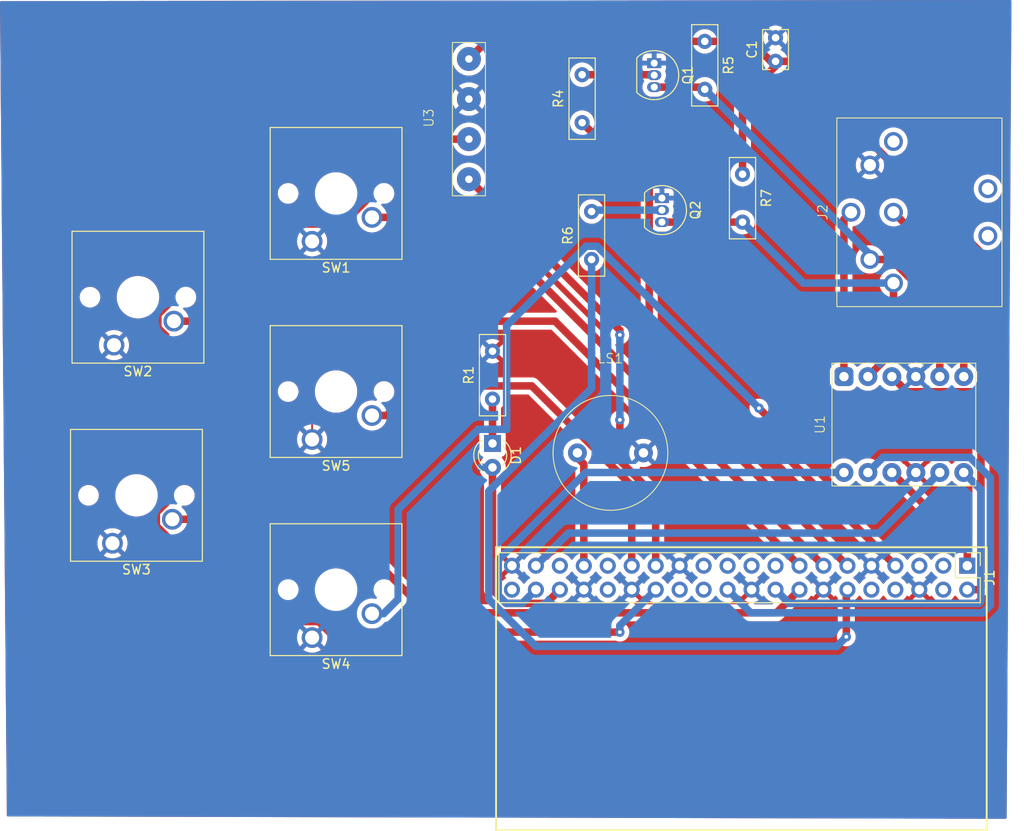
<source format=kicad_pcb>
(kicad_pcb (version 20241229) (generator "pcbnew") (generator_version "9.0")
  (layers (0 "F.Cu" signal) (2 "B.Cu" signal) (13 "F.Paste" user) (15 "B.Paste" user) (5 "F.SilkS" user "F.Silkscreen") (7 "B.SilkS" user "B.Silkscreen") (1 "F.Mask" user) (3 "B.Mask" user) (25 "Edge.Cuts" user))
  (net 0 "")
  (net 1 "5V")
  (net 2 "GND")
  (net 3 "ACTIVITY_LED")
  (net 4 "Net-(D1-K)")
  (net 5 "IN_ATN")
  (net 7 "OLED_SC")
  (net 8 "IN_RESET")
  (net 9 "3V3")
  (net 10 "ACTIVITY_BUZZER")
  (net 13 "SW5")
  (net 16 "OUT_DATA")
  (net 18 "IN_CLK")
  (net 19 "SW2")
  (net 20 "OUT_CLK")
  (net 22 "SW1")
  (net 23 "IN_DATA")
  (net 25 "OLED_SD")
  (net 27 "SW4")
  (net 30 "SW3")
  (net 33 "OUT_DATA_INV")
  (net 34 "OUT_CLK_INV")
  (net 35 "Net-(U1-HV4)")
  (net 36 "Net-(Q1-B)")
  (net 37 "Net-(U1-HV1)")
  (net 39 "Net-(Q2-B)")
  (footprint "Connectors:OLED_Connector" (layer "F.Cu") (at 110 70.5 90)
    (property "Reference" "U3" (at 0 -2.25 90) (layer "F.SilkS") (effects (font (thickness 0.1))))
    (property "Value" "OLED_Connector")
    (fp_rect (start -8.25 0.25) (end 8 3.75) (stroke (width 0.1)) (fill no) (layer "F.SilkS"))
    (pad "1" thru_hole circle (at -6.5 2 90) (size 2.54 2.54) (drill 0.8) (layers "*.Cu" "*.Mask") (net 25 "OLED_SD"))
    (pad "2" thru_hole circle (at -2.25 2 90) (size 2.54 2.54) (drill 0.8) (layers "*.Cu" "*.Mask") (net 7 "OLED_SC"))
    (pad "3" thru_hole circle (at 2 2 90) (size 2.54 2.54) (drill 0.8) (layers "*.Cu" "*.Mask") (net 2 "GND"))
    (pad "4" thru_hole circle (at 6.25 2 90) (size 2.54 2.54) (drill 0.8) (layers "*.Cu" "*.Mask") (net 1 "5V"))
  )
  (footprint "Package_TO_SOT_THT:TO-92_Inline" (layer "F.Cu") (at 131.64 64.695 -90)
    (property "Reference" "Q1" (at 1.27 -3.56 90) (layer "F.SilkS"))
    (property "Value" "2N3904")
    (fp_line (start -0.53 1.85) (end 3.07 1.85) (stroke (width 0.12)) (layer "F.SilkS"))
    (fp_arc (start -0.568478 1.838478) (mid -1.132087 -0.994977) (end 1.27 -2.6) (stroke (width 0.12)) (layer "F.SilkS"))
    (fp_arc (start 1.27 -2.6) (mid 3.672087 -0.994977) (end 3.108478 1.838478) (stroke (width 0.12)) (layer "F.SilkS"))
    (pad "1" thru_hole rect (at 0 0 270) (size 1.05 1.5) (drill 0.75) (layers "*.Cu" "*.Mask") (net 2 "GND"))
    (pad "2" thru_hole oval (at 1.27 0 270) (size 1.05 1.5) (drill 0.75) (layers "*.Cu" "*.Mask") (net 36 "Net-(Q1-B)"))
    (pad "3" thru_hole oval (at 2.54 0 270) (size 1.05 1.5) (drill 0.75) (layers "*.Cu" "*.Mask") (net 34 "OUT_CLK_INV"))
  )
  (footprint "Button_Switch_Keyboard:SW_Cherry_MX_1.00u_PCB" (layer "F.Cu") (at 74.22 115.58 180)
    (property "Reference" "SW3" (at -2.54 -2.794 0) (layer "F.SilkS"))
    (property "Value" "SW_Push")
    (fp_line (start 4.445 12.065) (end -9.525 12.065) (stroke (width 0.12)) (layer "F.SilkS"))
    (fp_line (start 4.445 -1.905) (end 4.445 12.065) (stroke (width 0.12)) (layer "F.SilkS"))
    (fp_line (start -9.525 12.065) (end -9.525 -1.905) (stroke (width 0.12)) (layer "F.SilkS"))
    (fp_line (start -9.525 -1.905) (end 4.445 -1.905) (stroke (width 0.12)) (layer "F.SilkS"))
    (pad "" np_thru_hole circle (at -7.62 5.08 180) (size 1.7 1.7) (drill 1.7) (layers "*.Cu" "*.Mask"))
    (pad "" np_thru_hole circle (at -2.54 5.08 180) (size 4 4) (drill 4) (layers "*.Cu" "*.Mask"))
    (pad "" np_thru_hole circle (at 2.54 5.08 180) (size 1.7 1.7) (drill 1.7) (layers "*.Cu" "*.Mask"))
    (pad "1" thru_hole circle (at 0 0 180) (size 2.2 2.2) (drill 1.5) (layers "*.Cu" "*.Mask") (net 2 "GND"))
    (pad "2" thru_hole circle (at -6.35 2.54 180) (size 2.2 2.2) (drill 1.5) (layers "*.Cu" "*.Mask") (net 30 "SW3"))
  )
  (footprint "Resistor_THT:R_Box_L8.4mm_W2.5mm_P5.08mm" (layer "F.Cu") (at 141 76.465 -90)
    (property "Reference" "R7" (at 2.54 -2.52 90) (layer "F.SilkS"))
    (property "Value" "1kR")
    (fp_line (start -1.77 1.39) (end 6.85 1.39) (stroke (width 0.12)) (layer "F.SilkS"))
    (fp_line (start -1.77 -1.39) (end -1.77 1.39) (stroke (width 0.12)) (layer "F.SilkS"))
    (fp_line (start -1.77 -1.39) (end 6.85 -1.39) (stroke (width 0.12)) (layer "F.SilkS"))
    (fp_line (start 6.85 -1.39) (end 6.85 1.39) (stroke (width 0.12)) (layer "F.SilkS"))
    (pad "1" thru_hole circle (at 0 0 270) (size 1.6 1.6) (drill 0.8) (layers "*.Cu" "*.Mask") (net 1 "5V"))
    (pad "2" thru_hole circle (at 5.08 0 270) (size 1.6 1.6) (drill 0.8) (layers "*.Cu" "*.Mask") (net 33 "OUT_DATA_INV"))
  )
  (footprint "Connectors:PS12_Piezo_Buzzer" (layer "F.Cu") (at 127 101)
    (property "Reference" "LS1" (at 0 -5 0) (layer "F.SilkS") (effects (font (thickness 0.1))))
    (property "Value" "Piezo Buzzer")
    (fp_circle (center 0 5) (end 6 4) (stroke (width 0.1)) (fill no) (layer "F.SilkS"))
    (pad "1" thru_hole circle (at -3.5 5) (size 2 2) (drill 1) (layers "*.Cu" "*.Mask") (net 10 "ACTIVITY_BUZZER"))
    (pad "2" thru_hole circle (at 3.5 5) (size 2 2) (drill 1) (layers "*.Cu" "*.Mask") (net 2 "GND"))
  )
  (footprint "Button_Switch_Keyboard:SW_Cherry_MX_1.00u_PCB" (layer "F.Cu") (at 95.38 83.58 180)
    (property "Reference" "SW1" (at -2.54 -2.794 0) (layer "F.SilkS"))
    (property "Value" "SW_Push")
    (fp_line (start 4.445 12.065) (end -9.525 12.065) (stroke (width 0.12)) (layer "F.SilkS"))
    (fp_line (start 4.445 -1.905) (end 4.445 12.065) (stroke (width 0.12)) (layer "F.SilkS"))
    (fp_line (start -9.525 12.065) (end -9.525 -1.905) (stroke (width 0.12)) (layer "F.SilkS"))
    (fp_line (start -9.525 -1.905) (end 4.445 -1.905) (stroke (width 0.12)) (layer "F.SilkS"))
    (pad "" np_thru_hole circle (at -7.62 5.08 180) (size 1.7 1.7) (drill 1.7) (layers "*.Cu" "*.Mask"))
    (pad "" np_thru_hole circle (at -2.54 5.08 180) (size 4 4) (drill 4) (layers "*.Cu" "*.Mask"))
    (pad "" np_thru_hole circle (at 2.54 5.08 180) (size 1.7 1.7) (drill 1.7) (layers "*.Cu" "*.Mask"))
    (pad "1" thru_hole circle (at 0 0 180) (size 2.2 2.2) (drill 1.5) (layers "*.Cu" "*.Mask") (net 2 "GND"))
    (pad "2" thru_hole circle (at -6.35 2.54 180) (size 2.2 2.2) (drill 1.5) (layers "*.Cu" "*.Mask") (net 22 "SW1"))
  )
  (footprint "Connectors:SDF-J_DIN-6" (layer "F.Cu") (at 152.5 80.5 90)
    (property "Reference" "J2" (at 0 -3 90) (layer "F.SilkS") (effects (font (thickness 0.1))))
    (property "Value" "DIN-6")
    (fp_rect (start -10 -1.5) (end 10 16) (stroke (width 0.1)) (fill no) (layer "F.SilkS"))
    (pad "1" thru_hole circle (at 7.5 4.5 90) (size 2 2) (drill 1.3) (layers "*.Cu" "*.Mask"))
    (pad "2" thru_hole circle (at 5 2 90) (size 2 2) (drill 1.3) (layers "*.Cu" "*.Mask") (net 2 "GND"))
    (pad "3" thru_hole circle (at 0 4.5 90) (size 2 2) (drill 1.3) (layers "*.Cu" "*.Mask") (net 35 "Net-(U1-HV4)"))
    (pad "4" thru_hole circle (at -5 2 90) (size 2 2) (drill 1.3) (layers "*.Cu" "*.Mask") (net 34 "OUT_CLK_INV"))
    (pad "5" thru_hole circle (at -7.5 4.5 90) (size 2 2) (drill 1.3) (layers "*.Cu" "*.Mask") (net 33 "OUT_DATA_INV"))
    (pad "6" thru_hole circle (at 0 0 90) (size 2 2) (drill 1.3) (layers "*.Cu" "*.Mask") (net 37 "Net-(U1-HV1)"))
    (pad "7" thru_hole circle (at -2.5 14.5 90) (size 2 2) (drill 1.3) (layers "*.Cu" "*.Mask"))
    (pad "7" thru_hole circle (at 2.5 14.5 90) (size 2 2) (drill 1.3) (layers "*.Cu" "*.Mask"))
  )
  (footprint "Connector_PinHeader_2.54mm:PinHeader_2x20_P2.54mm_Vertical" (layer "F.Cu") (at 164.82 117.96 -90)
    (property "Reference" "J1" (at 1.27 -2.38 90) (layer "F.SilkS"))
    (property "Value" "Raspberry_Pi_Zero")
    (fp_line (start -1.38 49.64) (end 3.92 49.64) (stroke (width 0.12)) (layer "F.SilkS"))
    (fp_line (start -1.38 1.27) (end -1.38 49.64) (stroke (width 0.12)) (layer "F.SilkS"))
    (fp_line (start -1.38 1.27) (end 1.27 1.27) (stroke (width 0.12)) (layer "F.SilkS"))
    (fp_line (start 1.27 1.27) (end 1.27 -1.38) (stroke (width 0.12)) (layer "F.SilkS"))
    (fp_line (start -1.38 0) (end -1.38 -1.38) (stroke (width 0.12)) (layer "F.SilkS"))
    (fp_line (start -1.38 -1.38) (end 0 -1.38) (stroke (width 0.12)) (layer "F.SilkS"))
    (fp_line (start 1.27 -1.38) (end 3.92 -1.38) (stroke (width 0.12)) (layer "F.SilkS"))
    (fp_line (start 3.92 -1.38) (end 3.92 49.64) (stroke (width 0.12)) (layer "F.SilkS"))
    (pad "1" thru_hole rect (at 0 0 270) (size 1.7 1.7) (drill 1) (layers "*.Cu" "*.Mask") (net 9 "3V3"))
    (pad "2" thru_hole circle (at 2.54 0 270) (size 1.7 1.7) (drill 1) (layers "*.Cu" "*.Mask") (net 1 "5V"))
    (pad "3" thru_hole circle (at 0 2.54 270) (size 1.7 1.7) (drill 1) (layers "*.Cu" "*.Mask"))
    (pad "4" thru_hole circle (at 2.54 2.54 270) (size 1.7 1.7) (drill 1) (layers "*.Cu" "*.Mask") (net 1 "5V"))
    (pad "5" thru_hole circle (at 0 5.08 270) (size 1.7 1.7) (drill 1) (layers "*.Cu" "*.Mask"))
    (pad "6" thru_hole circle (at 2.54 5.08 270) (size 1.7 1.7) (drill 1) (layers "*.Cu" "*.Mask") (net 2 "GND"))
    (pad "7" thru_hole circle (at 0 7.62 270) (size 1.7 1.7) (drill 1) (layers "*.Cu" "*.Mask") (net 27 "SW4"))
    (pad "8" thru_hole circle (at 2.54 7.62 270) (size 1.7 1.7) (drill 1) (layers "*.Cu" "*.Mask"))
    (pad "9" thru_hole circle (at 0 10.16 270) (size 1.7 1.7) (drill 1) (layers "*.Cu" "*.Mask") (net 2 "GND"))
    (pad "10" thru_hole circle (at 2.54 10.16 270) (size 1.7 1.7) (drill 1) (layers "*.Cu" "*.Mask"))
    (pad "11" thru_hole circle (at 0 12.7 270) (size 1.7 1.7) (drill 1) (layers "*.Cu" "*.Mask") (net 20 "OUT_CLK"))
    (pad "12" thru_hole circle (at 2.54 12.7 270) (size 1.7 1.7) (drill 1) (layers "*.Cu" "*.Mask") (net 16 "OUT_DATA"))
    (pad "13" thru_hole circle (at 0 15.24 270) (size 1.7 1.7) (drill 1) (layers "*.Cu" "*.Mask") (net 22 "SW1"))
    (pad "14" thru_hole circle (at 2.54 15.24 270) (size 1.7 1.7) (drill 1) (layers "*.Cu" "*.Mask") (net 2 "GND"))
    (pad "15" thru_hole circle (at 0 17.78 270) (size 1.7 1.7) (drill 1) (layers "*.Cu" "*.Mask") (net 19 "SW2"))
    (pad "16" thru_hole circle (at 2.54 17.78 270) (size 1.7 1.7) (drill 1) (layers "*.Cu" "*.Mask") (net 30 "SW3"))
    (pad "17" thru_hole circle (at 0 20.32 270) (size 1.7 1.7) (drill 1) (layers "*.Cu" "*.Mask") (net 9 "3V3"))
    (pad "18" thru_hole circle (at 2.54 20.32 270) (size 1.7 1.7) (drill 1) (layers "*.Cu" "*.Mask") (net 5 "IN_ATN"))
    (pad "19" thru_hole circle (at 0 22.86 270) (size 1.7 1.7) (drill 1) (layers "*.Cu" "*.Mask"))
    (pad "20" thru_hole circle (at 2.54 22.86 270) (size 1.7 1.7) (drill 1) (layers "*.Cu" "*.Mask") (net 2 "GND"))
    (pad "21" thru_hole circle (at 0 25.4 270) (size 1.7 1.7) (drill 1) (layers "*.Cu" "*.Mask"))
    (pad "22" thru_hole circle (at 2.54 25.4 270) (size 1.7 1.7) (drill 1) (layers "*.Cu" "*.Mask") (net 23 "IN_DATA"))
    (pad "23" thru_hole circle (at 0 27.94 270) (size 1.7 1.7) (drill 1) (layers "*.Cu" "*.Mask"))
    (pad "24" thru_hole circle (at 2.54 27.94 270) (size 1.7 1.7) (drill 1) (layers "*.Cu" "*.Mask"))
    (pad "25" thru_hole circle (at 0 30.48 270) (size 1.7 1.7) (drill 1) (layers "*.Cu" "*.Mask") (net 2 "GND"))
    (pad "26" thru_hole circle (at 2.54 30.48 270) (size 1.7 1.7) (drill 1) (layers "*.Cu" "*.Mask"))
    (pad "27" thru_hole circle (at 0 33.02 270) (size 1.7 1.7) (drill 1) (layers "*.Cu" "*.Mask") (net 25 "OLED_SD"))
    (pad "28" thru_hole circle (at 2.54 33.02 270) (size 1.7 1.7) (drill 1) (layers "*.Cu" "*.Mask") (net 7 "OLED_SC"))
    (pad "29" thru_hole circle (at 0 35.56 270) (size 1.7 1.7) (drill 1) (layers "*.Cu" "*.Mask") (net 13 "SW5"))
    (pad "30" thru_hole circle (at 2.54 35.56 270) (size 1.7 1.7) (drill 1) (layers "*.Cu" "*.Mask") (net 2 "GND"))
    (pad "31" thru_hole circle (at 0 38.1 270) (size 1.7 1.7) (drill 1) (layers "*.Cu" "*.Mask"))
    (pad "32" thru_hole circle (at 2.54 38.1 270) (size 1.7 1.7) (drill 1) (layers "*.Cu" "*.Mask"))
    (pad "33" thru_hole circle (at 0 40.64 270) (size 1.7 1.7) (drill 1) (layers "*.Cu" "*.Mask") (net 10 "ACTIVITY_BUZZER"))
    (pad "34" thru_hole circle (at 2.54 40.64 270) (size 1.7 1.7) (drill 1) (layers "*.Cu" "*.Mask") (net 2 "GND"))
    (pad "35" thru_hole circle (at 0 43.18 270) (size 1.7 1.7) (drill 1) (layers "*.Cu" "*.Mask"))
    (pad "36" thru_hole circle (at 2.54 43.18 270) (size 1.7 1.7) (drill 1) (layers "*.Cu" "*.Mask") (net 3 "ACTIVITY_LED"))
    (pad "37" thru_hole circle (at 0 45.72 270) (size 1.7 1.7) (drill 1) (layers "*.Cu" "*.Mask") (net 18 "IN_CLK"))
    (pad "38" thru_hole circle (at 2.54 45.72 270) (size 1.7 1.7) (drill 1) (layers "*.Cu" "*.Mask") (net 8 "IN_RESET"))
    (pad "39" thru_hole circle (at 0 48.26 270) (size 1.7 1.7) (drill 1) (layers "*.Cu" "*.Mask") (net 2 "GND"))
    (pad "40" thru_hole circle (at 2.54 48.26 270) (size 1.7 1.7) (drill 1) (layers "*.Cu" "*.Mask"))
  )
  (footprint "Package_TO_SOT_THT:TO-92_Inline" (layer "F.Cu") (at 132.46 79 -90)
    (property "Reference" "Q2" (at 1.27 -3.56 90) (layer "F.SilkS"))
    (property "Value" "2N3904")
    (fp_line (start -0.53 1.85) (end 3.07 1.85) (stroke (width 0.12)) (layer "F.SilkS"))
    (fp_arc (start -0.568478 1.838478) (mid -1.132087 -0.994977) (end 1.27 -2.6) (stroke (width 0.12)) (layer "F.SilkS"))
    (fp_arc (start 1.27 -2.6) (mid 3.672087 -0.994977) (end 3.108478 1.838478) (stroke (width 0.12)) (layer "F.SilkS"))
    (pad "1" thru_hole rect (at 0 0 270) (size 1.05 1.5) (drill 0.75) (layers "*.Cu" "*.Mask") (net 2 "GND"))
    (pad "2" thru_hole oval (at 1.27 0 270) (size 1.05 1.5) (drill 0.75) (layers "*.Cu" "*.Mask") (net 39 "Net-(Q2-B)"))
    (pad "3" thru_hole oval (at 2.54 0 270) (size 1.05 1.5) (drill 0.75) (layers "*.Cu" "*.Mask") (net 33 "OUT_DATA_INV"))
  )
  (footprint "Resistor_THT:R_Box_L8.4mm_W2.5mm_P5.08mm" (layer "F.Cu") (at 125 85.5 90)
    (property "Reference" "R6" (at 2.54 -2.52 90) (layer "F.SilkS"))
    (property "Value" "1kR")
    (fp_line (start 6.85 -1.39) (end 6.85 1.39) (stroke (width 0.12)) (layer "F.SilkS"))
    (fp_line (start -1.77 -1.39) (end 6.85 -1.39) (stroke (width 0.12)) (layer "F.SilkS"))
    (fp_line (start -1.77 -1.39) (end -1.77 1.39) (stroke (width 0.12)) (layer "F.SilkS"))
    (fp_line (start -1.77 1.39) (end 6.85 1.39) (stroke (width 0.12)) (layer "F.SilkS"))
    (pad "1" thru_hole circle (at 0 0 90) (size 1.6 1.6) (drill 0.8) (layers "*.Cu" "*.Mask") (net 16 "OUT_DATA"))
    (pad "2" thru_hole circle (at 5.08 0 90) (size 1.6 1.6) (drill 0.8) (layers "*.Cu" "*.Mask") (net 39 "Net-(Q2-B)"))
  )
  (footprint "Button_Switch_Keyboard:SW_Cherry_MX_1.00u_PCB" (layer "F.Cu") (at 95.38 125.58 180)
    (property "Reference" "SW4" (at -2.54 -2.794 0) (layer "F.SilkS"))
    (property "Value" "SW_Push")
    (fp_line (start 4.445 12.065) (end -9.525 12.065) (stroke (width 0.12)) (layer "F.SilkS"))
    (fp_line (start 4.445 -1.905) (end 4.445 12.065) (stroke (width 0.12)) (layer "F.SilkS"))
    (fp_line (start -9.525 12.065) (end -9.525 -1.905) (stroke (width 0.12)) (layer "F.SilkS"))
    (fp_line (start -9.525 -1.905) (end 4.445 -1.905) (stroke (width 0.12)) (layer "F.SilkS"))
    (pad "" np_thru_hole circle (at -7.62 5.08 180) (size 1.7 1.7) (drill 1.7) (layers "*.Cu" "*.Mask"))
    (pad "" np_thru_hole circle (at -2.54 5.08 180) (size 4 4) (drill 4) (layers "*.Cu" "*.Mask"))
    (pad "" np_thru_hole circle (at 2.54 5.08 180) (size 1.7 1.7) (drill 1.7) (layers "*.Cu" "*.Mask"))
    (pad "1" thru_hole circle (at 0 0 180) (size 2.2 2.2) (drill 1.5) (layers "*.Cu" "*.Mask") (net 2 "GND"))
    (pad "2" thru_hole circle (at -6.35 2.54 180) (size 2.2 2.2) (drill 1.5) (layers "*.Cu" "*.Mask") (net 27 "SW4"))
  )
  (footprint "Resistor_THT:R_Box_L8.4mm_W2.5mm_P5.08mm" (layer "F.Cu") (at 137 62.385 -90)
    (property "Reference" "R5" (at 2.54 -2.52 90) (layer "F.SilkS"))
    (property "Value" "1kR")
    (fp_line (start -1.77 1.39) (end 6.85 1.39) (stroke (width 0.12)) (layer "F.SilkS"))
    (fp_line (start -1.77 -1.39) (end -1.77 1.39) (stroke (width 0.12)) (layer "F.SilkS"))
    (fp_line (start -1.77 -1.39) (end 6.85 -1.39) (stroke (width 0.12)) (layer "F.SilkS"))
    (fp_line (start 6.85 -1.39) (end 6.85 1.39) (stroke (width 0.12)) (layer "F.SilkS"))
    (pad "1" thru_hole circle (at 0 0 270) (size 1.6 1.6) (drill 0.8) (layers "*.Cu" "*.Mask") (net 1 "5V"))
    (pad "2" thru_hole circle (at 5.08 0 270) (size 1.6 1.6) (drill 0.8) (layers "*.Cu" "*.Mask") (net 34 "OUT_CLK_INV"))
  )
  (footprint "Button_Switch_Keyboard:SW_Cherry_MX_1.00u_PCB" (layer "F.Cu") (at 95.38 104.58 180)
    (property "Reference" "SW5" (at -2.54 -2.794 0) (layer "F.SilkS"))
    (property "Value" "SW_Push")
    (fp_line (start 4.445 12.065) (end -9.525 12.065) (stroke (width 0.12)) (layer "F.SilkS"))
    (fp_line (start 4.445 -1.905) (end 4.445 12.065) (stroke (width 0.12)) (layer "F.SilkS"))
    (fp_line (start -9.525 12.065) (end -9.525 -1.905) (stroke (width 0.12)) (layer "F.SilkS"))
    (fp_line (start -9.525 -1.905) (end 4.445 -1.905) (stroke (width 0.12)) (layer "F.SilkS"))
    (pad "" np_thru_hole circle (at -7.62 5.08 180) (size 1.7 1.7) (drill 1.7) (layers "*.Cu" "*.Mask"))
    (pad "" np_thru_hole circle (at -2.54 5.08 180) (size 4 4) (drill 4) (layers "*.Cu" "*.Mask"))
    (pad "" np_thru_hole circle (at 2.54 5.08 180) (size 1.7 1.7) (drill 1.7) (layers "*.Cu" "*.Mask"))
    (pad "1" thru_hole circle (at 0 0 180) (size 2.2 2.2) (drill 1.5) (layers "*.Cu" "*.Mask") (net 2 "GND"))
    (pad "2" thru_hole circle (at -6.35 2.54 180) (size 2.2 2.2) (drill 1.5) (layers "*.Cu" "*.Mask") (net 13 "SW5"))
  )
  (footprint "Capacitor_THT:C_Rect_L4.0mm_W2.5mm_P2.50mm" (layer "F.Cu") (at 144.5 64.5 90)
    (property "Reference" "C1" (at 1.25 -2.5 90) (layer "F.SilkS"))
    (property "Value" "100nF C")
    (fp_line (start 3.37 -1.37) (end 3.37 -0.57) (stroke (width 0.12)) (layer "F.SilkS"))
    (fp_line (start -0.87 -1.37) (end 3.37 -1.37) (stroke (width 0.12)) (layer "F.SilkS"))
    (fp_line (start -0.87 -1.37) (end -0.87 -0.57) (stroke (width 0.12)) (layer "F.SilkS"))
    (fp_line (start 3.37 0.57) (end 3.37 1.37) (stroke (width 0.12)) (layer "F.SilkS"))
    (fp_line (start -0.87 0.57) (end -0.87 1.37) (stroke (width 0.12)) (layer "F.SilkS"))
    (fp_line (start -0.87 1.37) (end 3.37 1.37) (stroke (width 0.12)) (layer "F.SilkS"))
    (pad "1" thru_hole circle (at 0 0 90) (size 1.6 1.6) (drill 0.8) (layers "*.Cu" "*.Mask") (net 1 "5V"))
    (pad "2" thru_hole circle (at 2.5 0 90) (size 1.6 1.6) (drill 0.8) (layers "*.Cu" "*.Mask") (net 2 "GND"))
  )
  (footprint "LED_THT:LED_D3.0mm" (layer "F.Cu") (at 114.5 105 -90)
    (property "Reference" "D1" (at 1.27 -2.5 90) (layer "F.SilkS"))
    (property "Value" "LED")
    (fp_line (start -0.29 1.08) (end -0.29 1.236) (stroke (width 0.12)) (layer "F.SilkS"))
    (fp_line (start -0.29 -1.236) (end -0.29 -1.08) (stroke (width 0.12)) (layer "F.SilkS"))
    (fp_arc (start 2.310961 1.08) (mid 1.27 1.5) (end 0.229039 1.08) (stroke (width 0.12)) (layer "F.SilkS"))
    (fp_arc (start 2.941437 1.08) (mid 1.36566 1.987699) (end -0.29 1.235516) (stroke (width 0.12)) (layer "F.SilkS"))
    (fp_arc (start 0.229039 -1.08) (mid 1.27 -1.5) (end 2.310961 -1.08) (stroke (width 0.12)) (layer "F.SilkS"))
    (fp_arc (start -0.29 -1.235516) (mid 1.36566 -1.987699) (end 2.941437 -1.08) (stroke (width 0.12)) (layer "F.SilkS"))
    (pad "1" thru_hole rect (at 0 0 270) (size 1.8 1.8) (drill 0.9) (layers "*.Cu" "*.Mask") (net 4 "Net-(D1-K)"))
    (pad "2" thru_hole circle (at 2.54 0 270) (size 1.8 1.8) (drill 0.9) (layers "*.Cu" "*.Mask") (net 3 "ACTIVITY_LED"))
  )
  (footprint "Resistor_THT:R_Box_L8.4mm_W2.5mm_P5.08mm" (layer "F.Cu") (at 114.5 100.305 90)
    (property "Reference" "R1" (at 2.54 -2.52 90) (layer "F.SilkS"))
    (property "Value" "100R")
    (fp_line (start 6.85 -1.39) (end 6.85 1.39) (stroke (width 0.12)) (layer "F.SilkS"))
    (fp_line (start -1.77 -1.39) (end 6.85 -1.39) (stroke (width 0.12)) (layer "F.SilkS"))
    (fp_line (start -1.77 -1.39) (end -1.77 1.39) (stroke (width 0.12)) (layer "F.SilkS"))
    (fp_line (start -1.77 1.39) (end 6.85 1.39) (stroke (width 0.12)) (layer "F.SilkS"))
    (pad "1" thru_hole circle (at 0 0 90) (size 1.6 1.6) (drill 0.8) (layers "*.Cu" "*.Mask") (net 4 "Net-(D1-K)"))
    (pad "2" thru_hole circle (at 5.08 0 90) (size 1.6 1.6) (drill 0.8) (layers "*.Cu" "*.Mask") (net 2 "GND"))
  )
  (footprint "Resistor_THT:R_Box_L8.4mm_W2.5mm_P5.08mm" (layer "F.Cu") (at 124 71 90)
    (property "Reference" "R4" (at 2.54 -2.52 90) (layer "F.SilkS"))
    (property "Value" "1kR")
    (fp_line (start 6.85 -1.39) (end 6.85 1.39) (stroke (width 0.12)) (layer "F.SilkS"))
    (fp_line (start -1.77 -1.39) (end 6.85 -1.39) (stroke (width 0.12)) (layer "F.SilkS"))
    (fp_line (start -1.77 -1.39) (end -1.77 1.39) (stroke (width 0.12)) (layer "F.SilkS"))
    (fp_line (start -1.77 1.39) (end 6.85 1.39) (stroke (width 0.12)) (layer "F.SilkS"))
    (pad "1" thru_hole circle (at 0 0 90) (size 1.6 1.6) (drill 0.8) (layers "*.Cu" "*.Mask") (net 20 "OUT_CLK"))
    (pad "2" thru_hole circle (at 5.08 0 90) (size 1.6 1.6) (drill 0.8) (layers "*.Cu" "*.Mask") (net 36 "Net-(Q1-B)"))
  )
  (footprint "Connectors:12009 Level Converter" (layer "F.Cu") (at 150.48 103 90)
    (property "Reference" "U1" (at 0 -1.27 90) (layer "F.SilkS") (effects (font (thickness 0.1))))
    (property "Value" "Level_Converter")
    (fp_rect (start -6.5 0) (end 6.5 15.24) (stroke (width 0.1)) (fill no) (layer "F.SilkS"))
    (pad "1" thru_hole roundrect (at 5.08 1.27 90) (size 2 2) (drill 1) (layers "*.Cu" "*.Mask") (net 37 "Net-(U1-HV1)"))
    (pad "2" thru_hole circle (at 5.08 3.81 90) (size 2 2) (drill 1) (layers "*.Cu" "*.Mask") (net 33 "OUT_DATA_INV"))
    (pad "3" thru_hole circle (at 5.08 6.35 90) (size 2 2) (drill 1) (layers "*.Cu" "*.Mask") (net 1 "5V"))
    (pad "4" thru_hole circle (at 5.08 8.89 90) (size 2 2) (drill 1) (layers "*.Cu" "*.Mask") (net 2 "GND"))
    (pad "5" thru_hole circle (at 5.08 11.43 90) (size 2 2) (drill 1) (layers "*.Cu" "*.Mask") (net 34 "OUT_CLK_INV"))
    (pad "6" thru_hole circle (at 5.08 13.97 90) (size 2 2) (drill 1) (layers "*.Cu" "*.Mask") (net 35 "Net-(U1-HV4)"))
    (pad "7" thru_hole circle (at -5.08 1.27 90) (size 2 2) (drill 1) (layers "*.Cu" "*.Mask") (net 8 "IN_RESET"))
    (pad "8" thru_hole circle (at -5.08 3.81 90) (size 2 2) (drill 1) (layers "*.Cu" "*.Mask") (net 23 "IN_DATA"))
    (pad "9" thru_hole circle (at -5.08 6.35 90) (size 2 2) (drill 1) (layers "*.Cu" "*.Mask") (net 9 "3V3"))
    (pad "10" thru_hole circle (at -5.08 8.89 90) (size 2 2) (drill 1) (layers "*.Cu" "*.Mask") (net 2 "GND"))
    (pad "11" thru_hole circle (at -5.08 11.43 90) (size 2 2) (drill 1) (layers "*.Cu" "*.Mask") (net 18 "IN_CLK"))
    (pad "12" thru_hole circle (at -5.08 13.97 90) (size 2 2) (drill 1) (layers "*.Cu" "*.Mask") (net 5 "IN_ATN"))
  )
  (footprint "Button_Switch_Keyboard:SW_Cherry_MX_1.00u_PCB" (layer "F.Cu") (at 74.38 94.58 180)
    (property "Reference" "SW2" (at -2.54 -2.794 0) (layer "F.SilkS"))
    (property "Value" "SW_Push")
    (fp_line (start 4.445 12.065) (end -9.525 12.065) (stroke (width 0.12)) (layer "F.SilkS"))
    (fp_line (start 4.445 -1.905) (end 4.445 12.065) (stroke (width 0.12)) (layer "F.SilkS"))
    (fp_line (start -9.525 12.065) (end -9.525 -1.905) (stroke (width 0.12)) (layer "F.SilkS"))
    (fp_line (start -9.525 -1.905) (end 4.445 -1.905) (stroke (width 0.12)) (layer "F.SilkS"))
    (pad "" np_thru_hole circle (at -7.62 5.08 180) (size 1.7 1.7) (drill 1.7) (layers "*.Cu" "*.Mask"))
    (pad "" np_thru_hole circle (at -2.54 5.08 180) (size 4 4) (drill 4) (layers "*.Cu" "*.Mask"))
    (pad "" np_thru_hole circle (at 2.54 5.08 180) (size 1.7 1.7) (drill 1.7) (layers "*.Cu" "*.Mask"))
    (pad "1" thru_hole circle (at 0 0 180) (size 2.2 2.2) (drill 1.5) (layers "*.Cu" "*.Mask") (net 2 "GND"))
    (pad "2" thru_hole circle (at -6.35 2.54 180) (size 2.2 2.2) (drill 1.5) (layers "*.Cu" "*.Mask") (net 19 "SW2"))
  )
  (gr_rect (start 114.88 116) (end 166.88 146) (stroke (width 0.2)) (fill no) (layer "F.SilkS"))
  (segment (start 166.271 120.251081) (end 166.022081 120.5) (width 0.8) (layer "F.Cu") (net 1))
  (segment (start 166.022081 120.5) (end 164.82 120.5) (width 0.8) (layer "F.Cu") (net 1))
  (segment (start 144.5 65) (end 141 68.5) (width 0.8) (layer "F.Cu") (net 1))
  (segment (start 141.885 62.385) (end 137 62.385) (width 0.8) (layer "F.Cu") (net 1))
  (segment (start 166.271 99.5) (end 166.271 107.361) (width 0.8) (layer "F.Cu") (net 1))
  (segment (start 141.315 76.15) (end 141 76.465) (width 0.8) (layer "F.Cu") (net 1))
  (segment (start 141 68.5) (end 141 76.465) (width 0.8) (layer "F.Cu") (net 1))
  (segment (start 113.865 62.385) (end 137 62.385) (width 0.8) (layer "F.Cu") (net 1))
  (segment (start 156.83 97.92) (end 158.431 99.521) (width 0.8) (layer "F.Cu") (net 1))
  (segment (start 146 64.5) (end 166.271 84.771) (width 0.8) (layer "F.Cu") (net 1))
  (segment (start 144.5 64.5) (end 144 64.5) (width 0.8) (layer "F.Cu") (net 1))
  (segment (start 144 64.5) (end 141.885 62.385) (width 0.8) (layer "F.Cu") (net 1))
  (segment (start 166.271 107.361) (end 166.271 120.251081) (width 0.8) (layer "F.Cu") (net 1))
  (segment (start 144.5 64.5) (end 144.5 65) (width 0.8) (layer "F.Cu") (net 1))
  (segment (start 112 64.25) (end 113.865 62.385) (width 0.8) (layer "F.Cu") (net 1))
  (segment (start 144.5 64.5) (end 146 64.5) (width 0.8) (layer "F.Cu") (net 1))
  (segment (start 166.25 99.521) (end 166.271 99.5) (width 0.8) (layer "F.Cu") (net 1))
  (segment (start 166.271 84.771) (end 166.271 99.5) (width 0.8) (layer "F.Cu") (net 1))
  (segment (start 158.431 99.521) (end 166.25 99.521) (width 0.8) (layer "F.Cu") (net 1))
  (segment (start 95.38 104.88) (end 95.38 103.08) (width 0.2) (layer "F.Cu") (net 2))
  (segment (start 120.189 121.951) (end 121.64 120.5) (width 0.8) (layer "F.Cu") (net 3))
  (segment (start 114.5 120.492024) (end 115.958976 121.951) (width 0.8) (layer "F.Cu") (net 3))
  (segment (start 114.5 107.54) (end 114.5 120.492024) (width 0.8) (layer "F.Cu") (net 3))
  (segment (start 115.958976 121.951) (end 120.189 121.951) (width 0.8) (layer "F.Cu") (net 3))
  (segment (start 114.5 107.54) (end 113.227208 107.54) (width 0.8) (layer "B.Cu") (net 3))
  (segment (start 114.5 105) (end 114.5 100.305) (width 0.8) (layer "F.Cu") (net 4))
  (segment (start 166.271 121.729) (end 166.049 121.951) (width 0.8) (layer "B.Cu") (net 5))
  (segment (start 145.951 121.951) (end 144.5 120.5) (width 0.8) (layer "B.Cu") (net 5))
  (segment (start 166.049 121.951) (end 145.951 121.951) (width 0.8) (layer "B.Cu") (net 5))
  (segment (start 164.45 108.08) (end 166.271 109.901) (width 0.8) (layer "B.Cu") (net 5))
  (segment (start 166.271 109.901) (end 166.271 121.729) (width 0.8) (layer "B.Cu") (net 5))
  (segment (start 79.029 92.744578) (end 79.865422 93.581) (width 0.8) (layer "F.Cu") (net 7))
  (segment (start 112 72.75) (end 106.627265 72.75) (width 0.8) (layer "F.Cu") (net 7))
  (segment (start 79.865422 111.339) (end 78.869 112.335422) (width 0.8) (layer "F.Cu") (net 7))
  (segment (start 101.025422 78.351843) (end 101.025422 79.339) (width 0.8) (layer "F.Cu") (net 7))
  (segment (start 96.084578 123.879) (end 97.205578 125) (width 0.8) (layer "F.Cu") (net 7))
  (segment (start 78.869 113.744578) (end 89.003422 123.879) (width 0.8) (layer "F.Cu") (net 7))
  (segment (start 89.003422 123.879) (end 96.084578 123.879) (width 0.8) (layer "F.Cu") (net 7))
  (segment (start 97.205578 125) (end 128 125) (width 0.8) (layer "F.Cu") (net 7))
  (segment (start 78.869 112.335422) (end 78.869 113.744578) (width 0.8) (layer "F.Cu") (net 7))
  (segment (start 106.627265 72.75) (end 101.025422 78.351843) (width 0.8) (layer "F.Cu") (net 7))
  (segment (start 101.025422 79.339) (end 98.619844 81.744578) (width 0.8) (layer "F.Cu") (net 7))
  (segment (start 79.029 91.335422) (end 79.029 92.744578) (width 0.8) (layer "F.Cu") (net 7))
  (segment (start 87.632687 81.744578) (end 80.025422 89.351843) (width 0.8) (layer "F.Cu") (net 7))
  (segment (start 79.865422 93.581) (end 79.865422 111.339) (width 0.8) (layer "F.Cu") (net 7))
  (segment (start 80.025422 89.351843) (end 80.025422 90.339) (width 0.8) (layer "F.Cu") (net 7))
  (segment (start 98.619844 81.744578) (end 87.632687 81.744578) (width 0.8) (layer "F.Cu") (net 7))
  (segment (start 80.025422 90.339) (end 79.029 91.335422) (width 0.8) (layer "F.Cu") (net 7))
  (via (at 128 125) (size 1) (drill 0.4) (layers "F.Cu" "B.Cu") (net 7))
  (segment (start 128 124.3) (end 131.8 120.5) (width 0.8) (layer "B.Cu") (net 7))
  (segment (start 128 125) (end 128 124.3) (width 0.8) (layer "B.Cu") (net 7))
  (segment (start 124.387976 108.08) (end 115.109 117.358976) (width 0.8) (layer "B.Cu") (net 8))
  (segment (start 115.109 117.358976) (end 115.109 121.101024) (width 0.8) (layer "B.Cu") (net 8))
  (segment (start 117.649 121.951) (end 119.1 120.5) (width 0.8) (layer "B.Cu") (net 8))
  (segment (start 151.75 108.08) (end 124.387976 108.08) (width 0.8) (layer "B.Cu") (net 8))
  (segment (start 115.958976 121.951) (end 117.649 121.951) (width 0.8) (layer "B.Cu") (net 8))
  (segment (start 115.109 121.101024) (end 115.958976 121.951) (width 0.8) (layer "B.Cu") (net 8))
  (segment (start 164.82 116.07) (end 164.82 117.96) (width 0.8) (layer "F.Cu") (net 9))
  (segment (start 156.83 108.08) (end 164.82 116.07) (width 0.8) (layer "F.Cu") (net 9))
  (segment (start 123.5 106.5) (end 124.18 107.18) (width 0.8) (layer "F.Cu") (net 10))
  (segment (start 124.18 107.18) (end 124.18 117.96) (width 0.8) (layer "F.Cu") (net 10))
  (segment (start 123.5 106) (end 123.5 106.5) (width 0.8) (layer "F.Cu") (net 10))
  (segment (start 129.26 117.96) (end 129.26 109.495844) (width 0.8) (layer "F.Cu") (net 13))
  (segment (start 103.285634 102.04) (end 101.73 102.04) (width 0.8) (layer "F.Cu") (net 13))
  (segment (start 118.668156 98.904) (end 106.421634 98.904) (width 0.8) (layer "F.Cu") (net 13))
  (segment (start 129.26 109.495844) (end 118.668156 98.904) (width 0.8) (layer "F.Cu") (net 13))
  (segment (start 106.421634 98.904) (end 103.285634 102.04) (width 0.8) (layer "F.Cu") (net 13))
  (segment (start 152 120.62) (end 152.12 120.5) (width 0.8) (layer "F.Cu") (net 16))
  (segment (start 152 125.5) (end 152 120.62) (width 0.8) (layer "F.Cu") (net 16))
  (via (at 152 125.5) (size 1) (drill 0.4) (layers "F.Cu" "B.Cu") (net 16))
  (segment (start 119.092348 126.5) (end 114.108 121.515652) (width 0.8) (layer "B.Cu") (net 16))
  (segment (start 152 125.5) (end 151 126.5) (width 0.8) (layer "B.Cu") (net 16))
  (segment (start 114.108 121.515652) (end 114.108 110.054735) (width 0.8) (layer "B.Cu") (net 16))
  (segment (start 125 99.162735) (end 125 85.5) (width 0.8) (layer "B.Cu") (net 16))
  (segment (start 151 126.5) (end 119.092348 126.5) (width 0.8) (layer "B.Cu") (net 16))
  (segment (start 114.108 110.054735) (end 125 99.162735) (width 0.8) (layer "B.Cu") (net 16))
  (segment (start 122.56 114.5) (end 119.1 117.96) (width 0.8) (layer "B.Cu") (net 18))
  (segment (start 161.91 108.08) (end 155.49 114.5) (width 0.8) (layer "B.Cu") (net 18))
  (segment (start 155.49 114.5) (end 122.56 114.5) (width 0.8) (layer "B.Cu") (net 18))
  (segment (start 121.12 92.04) (end 147.04 117.96) (width 0.8) (layer "F.Cu") (net 19))
  (segment (start 80.73 92.04) (end 121.12 92.04) (width 0.8) (layer "F.Cu") (net 19))
  (segment (start 131.109 78.109) (end 131.109 96.949) (width 0.8) (layer "F.Cu") (net 20))
  (segment (start 131.109 96.949) (end 152.12 117.96) (width 0.8) (layer "F.Cu") (net 20))
  (segment (start 124 71) (end 131.109 78.109) (width 0.8) (layer "F.Cu") (net 20))
  (segment (start 112.66 81.04) (end 149.58 117.96) (width 0.8) (layer "F.Cu") (net 22))
  (segment (start 101.73 81.04) (end 112.66 81.04) (width 0.8) (layer "F.Cu") (net 22))
  (segment (start 166.463628 122.952) (end 141.872 122.952) (width 0.8) (layer "B.Cu") (net 23))
  (segment (start 167.272 122.143628) (end 166.463628 122.952) (width 0.8) (layer "B.Cu") (net 23))
  (segment (start 165.113156 106.479) (end 167.272 108.637844) (width 0.8) (layer "B.Cu") (net 23))
  (segment (start 155.891 106.479) (end 165.113156 106.479) (width 0.8) (layer "B.Cu") (net 23))
  (segment (start 141.872 122.952) (end 139.42 120.5) (width 0.8) (layer "B.Cu") (net 23))
  (segment (start 167.272 108.637844) (end 167.272 122.143628) (width 0.8) (layer "B.Cu") (net 23))
  (segment (start 154.29 108.08) (end 155.891 106.479) (width 0.8) (layer "B.Cu") (net 23))
  (segment (start 131.8 110.620216) (end 131.8 117.96) (width 0.8) (layer "F.Cu") (net 25))
  (segment (start 128 102.5) (end 128 106.820216) (width 0.8) (layer "F.Cu") (net 25))
  (segment (start 128 106.820216) (end 131.8 110.620216) (width 0.8) (layer "F.Cu") (net 25))
  (segment (start 128 93.5) (end 128 93) (width 0.8) (layer "F.Cu") (net 25))
  (segment (start 128 93) (end 112 77) (width 0.8) (layer "F.Cu") (net 25))
  (via (at 128 102.5) (size 1) (drill 0.4) (layers "F.Cu" "B.Cu") (net 25))
  (via (at 128 93.5) (size 1) (drill 0.4) (layers "F.Cu" "B.Cu") (net 25))
  (segment (start 128 93.5) (end 128 102.5) (width 0.8) (layer "B.Cu") (net 25))
  (segment (start 142.740657 101.259343) (end 145.24 103.758686) (width 0.8) (layer "F.Cu") (net 27))
  (segment (start 145.24 103.758686) (end 145.24 106) (width 0.8) (layer "F.Cu") (net 27))
  (segment (start 145.24 106) (end 157.2 117.96) (width 0.8) (layer "F.Cu") (net 27))
  (via (at 142.740657 101.259343) (size 1) (drill 0.4) (layers "F.Cu" "B.Cu") (net 27))
  (segment (start 125.580314 84.099) (end 124.419686 84.099) (width 0.8) (layer "B.Cu") (net 27))
  (segment (start 112.999 103.499) (end 104.501 111.997) (width 0.8) (layer "B.Cu") (net 27))
  (segment (start 116.001 92.517686) (end 116.001 103.499) (width 0.8) (layer "B.Cu") (net 27))
  (segment (start 124.419686 84.099) (end 116.001 92.517686) (width 0.8) (layer "B.Cu") (net 27))
  (segment (start 102.96 123.04) (end 101.73 123.04) (width 0.8) (layer "B.Cu") (net 27))
  (segment (start 116.001 103.499) (end 112.999 103.499) (width 0.8) (layer "B.Cu") (net 27))
  (segment (start 142.740657 101.259343) (end 125.580314 84.099) (width 0.8) (layer "B.Cu") (net 27))
  (segment (start 104.501 121.499) (end 102.96 123.04) (width 0.8) (layer "B.Cu") (net 27))
  (segment (start 104.501 111.997) (end 104.501 121.499) (width 0.8) (layer "B.Cu") (net 27))
  (segment (start 97.662735 113.04) (end 107.574735 122.952) (width 0.8) (layer "F.Cu") (net 30))
  (segment (start 144.588 122.952) (end 147.04 120.5) (width 0.8) (layer "F.Cu") (net 30))
  (segment (start 107.574735 122.952) (end 144.588 122.952) (width 0.8) (layer "F.Cu") (net 30))
  (segment (start 80.57 113.04) (end 97.662735 113.04) (width 0.8) (layer "F.Cu") (net 30))
  (segment (start 157 95.21) (end 157 88) (width 0.8) (layer "F.Cu") (net 33))
  (segment (start 132.46 81.54) (end 140.995 81.54) (width 0.8) (layer "F.Cu") (net 33))
  (segment (start 140.995 81.54) (end 141 81.545) (width 0.8) (layer "F.Cu") (net 33))
  (segment (start 154.29 97.92) (end 157 95.21) (width 0.8) (layer "F.Cu") (net 33))
  (segment (start 147.455 88) (end 157 88) (width 0.8) (layer "B.Cu") (net 33))
  (segment (start 141 81.545) (end 147.455 88) (width 0.8) (layer "B.Cu") (net 33))
  (segment (start 161.91 97.92) (end 161.91 90.645844) (width 0.8) (layer "F.Cu") (net 34))
  (segment (start 136.77 67.235) (end 137 67.465) (width 0.8) (layer "F.Cu") (net 34))
  (segment (start 131.64 67.235) (end 136.77 67.235) (width 0.8) (layer "F.Cu") (net 34))
  (segment (start 156.764156 85.5) (end 154.5 85.5) (width 0.8) (layer "F.Cu") (net 34))
  (segment (start 161.91 90.645844) (end 156.764156 85.5) (width 0.8) (layer "F.Cu") (net 34))
  (segment (start 137 67.465) (end 154.5 84.965) (width 0.8) (layer "B.Cu") (net 34))
  (segment (start 154.5 84.965) (end 154.5 85.5) (width 0.8) (layer "B.Cu") (net 34))
  (segment (start 164.45 87.95) (end 157 80.5) (width 0.8) (layer "F.Cu") (net 35))
  (segment (start 164.45 97.92) (end 164.45 87.95) (width 0.8) (layer "F.Cu") (net 35))
  (segment (start 131.595 65.92) (end 131.64 65.965) (width 0.8) (layer "F.Cu") (net 36))
  (segment (start 124 65.92) (end 131.595 65.92) (width 0.8) (layer "F.Cu") (net 36))
  (segment (start 151.75 97.92) (end 151.75 81.25) (width 0.8) (layer "F.Cu") (net 37))
  (segment (start 151.75 81.25) (end 152.5 80.5) (width 0.8) (layer "F.Cu") (net 37))
  (segment (start 125 80.42) (end 125.15 80.27) (width 0.8) (layer "F.Cu") (net 39))
  (segment (start 132.46 80.27) (end 125.15 80.27) (width 0.8) (layer "B.Cu") (net 39))
  (segment (start 125.15 80.27) (end 125 80.42) (width 0.8) (layer "B.Cu") (net 39))
  (zone (net 2) (net_name "GND") (layers "F.Cu" "B.Cu") (name "Ground Plane") (connect_pads (clearance 0.5)) (min_thickness 0.25) (fill yes (thermal_gap 0.5) (thermal_bridge_width 0.5))
    (polygon (pts (xy 169.5 58) (xy 62.300559 58.116665) (xy 63.02983 144.535281) (xy 168.994785 144.784026)))
  )
)
</source>
